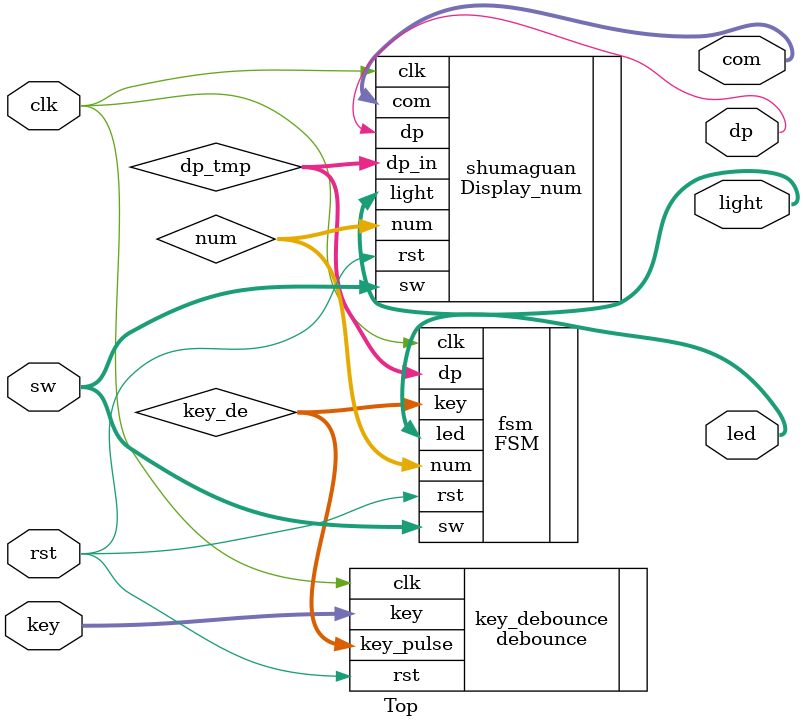
<source format=v>
`timescale 1ns / 1ps
module Top(clk,rst,key,sw,com,led,light,dp);
	input clk;
	input rst;
	input [1:0]key;
	input [1:0]sw;
	
	output [1:0]com;
	output [6:0]light;
	output [3:0]led;
	output [0:0]dp;
	
	wire [1:0]key_de;
	wire [7:0]num;
	wire [3:0]dp_tmp;
	
	debounce key_debounce (
    .clk(clk), 
    .rst(rst), 
    .key(key), 
    .key_pulse(key_de)
    );
	
	FSM fsm (
    .clk(clk), 
    .rst(rst), 
    .key(key_de), 
    .sw(sw), 
    .num(num), 
    .led(led),
	 .dp(dp_tmp)
    );
	 
	 Display_num shumaguan (
    .clk(clk),
	 .rst(rst),
    .light(light), 
    .num(num), 
    .com(com), 
    .sw(sw),
	 .dp_in(dp_tmp),
	 .dp(dp)
    );

endmodule

</source>
